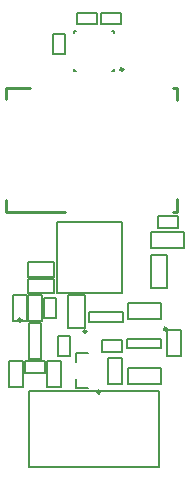
<source format=gto>
G04*
G04 #@! TF.GenerationSoftware,Altium Limited,Altium Designer,18.1.7 (191)*
G04*
G04 Layer_Color=65535*
%FSLAX24Y24*%
%MOIN*%
G70*
G01*
G75*
%ADD10C,0.0098*%
%ADD11C,0.0079*%
%ADD12C,0.0080*%
%ADD13C,0.0100*%
D10*
X-2421Y4911D02*
G03*
X-2421Y4911I-49J0D01*
G01*
X974Y13268D02*
G03*
X974Y13268I-49J0D01*
G01*
X207Y2520D02*
G03*
X207Y2520I-49J0D01*
G01*
X2421Y4616D02*
G03*
X2421Y4616I-49J0D01*
G01*
X-256Y4537D02*
G03*
X-256Y4537I-49J0D01*
G01*
D11*
X-803Y3720D02*
Y4390D01*
X-1197Y3720D02*
X-803D01*
X-1197D02*
Y4390D01*
X-803D01*
X-2165Y4803D02*
X-1772D01*
X-2165Y3622D02*
X-1772D01*
X-2165D02*
Y4803D01*
X-1772Y3622D02*
Y4803D01*
X-2835Y3543D02*
X-2362D01*
X-2835Y2677D02*
Y3543D01*
Y2677D02*
X-2362D01*
Y3543D01*
X-2205Y5748D02*
X-1732D01*
X-2205Y4882D02*
Y5748D01*
Y4882D02*
X-1732D01*
Y5748D01*
X-2303Y3150D02*
X-1634D01*
X-2303D02*
Y3543D01*
X-1634D01*
Y3150D02*
Y3543D01*
X-1575Y2677D02*
X-1102D01*
Y3543D01*
X-1575D02*
X-1102D01*
X-1575Y2677D02*
Y3543D01*
X-2209Y5807D02*
Y6280D01*
Y5807D02*
X-1343D01*
Y6280D01*
X-2209D02*
X-1343D01*
X-2209Y6358D02*
Y6831D01*
Y6358D02*
X-1343D01*
Y6831D01*
X-2209D02*
X-1343D01*
X1890Y7087D02*
X2441D01*
Y5984D02*
Y7087D01*
X1890Y5984D02*
X2441D01*
X1890D02*
Y7087D01*
X669Y13209D02*
Y13287D01*
X591Y13209D02*
X669D01*
X-669D02*
X-591D01*
X-669D02*
Y13287D01*
Y14468D02*
Y14547D01*
X-591D01*
X669Y14468D02*
Y14547D01*
X591D02*
X669D01*
X-1378Y13780D02*
Y14449D01*
X-984D01*
Y13780D02*
Y14449D01*
X-1378Y13780D02*
X-984D01*
X217Y14764D02*
X886D01*
X217D02*
Y15157D01*
X886D01*
Y14764D02*
Y15157D01*
X-571D02*
X98D01*
Y14764D02*
Y15157D01*
X-571Y14764D02*
X98D01*
X-571D02*
Y15157D01*
X2126Y8366D02*
X2795D01*
Y7972D02*
Y8366D01*
X2126Y7972D02*
X2795D01*
X2126D02*
Y8366D01*
X1909Y7303D02*
Y7854D01*
X3012D01*
Y7303D02*
Y7854D01*
X1909Y7303D02*
X3012D01*
X-591Y2638D02*
X-197D01*
X-591D02*
Y2953D01*
Y3819D02*
X-197D01*
X-591Y3504D02*
Y3819D01*
X453Y2795D02*
X925D01*
Y3661D01*
X453D02*
X925D01*
X453Y2795D02*
Y3661D01*
X-2707Y4882D02*
X-2234D01*
Y5748D01*
X-2707D02*
X-2234D01*
X-2707Y4882D02*
Y5748D01*
X-1270Y4980D02*
Y5650D01*
X-1663Y4980D02*
X-1270D01*
X-1663D02*
Y5650D01*
X-1270D01*
X1102Y3976D02*
X2244D01*
X1102Y4291D02*
X2244D01*
X1102Y3976D02*
Y4291D01*
X2244Y3976D02*
Y4291D01*
X2421Y3701D02*
X2894D01*
Y4567D01*
X2421D02*
X2894D01*
X2421Y3701D02*
Y4567D01*
X1122Y4941D02*
Y5492D01*
X2224D01*
Y4941D02*
Y5492D01*
X1122Y4941D02*
X2224D01*
X1122Y2776D02*
Y3327D01*
X2224D01*
Y2776D02*
Y3327D01*
X1122Y2776D02*
X2224D01*
X-177Y5177D02*
X965D01*
X-177Y4862D02*
X965D01*
Y5177D01*
X-177Y4862D02*
Y5177D01*
X-866Y5758D02*
X-315D01*
Y4656D02*
Y5758D01*
X-866Y4656D02*
X-315D01*
X-866D02*
Y5758D01*
X256Y4232D02*
X925D01*
Y3839D02*
Y4232D01*
X256Y3839D02*
X925D01*
X256D02*
Y4232D01*
D12*
X-1240Y5906D02*
Y8169D01*
X925D01*
Y5807D02*
Y8169D01*
X-1240Y5807D02*
X925D01*
X-1240D02*
Y5906D01*
X2165Y0D02*
Y2559D01*
X-2165D02*
X2165D01*
X-2165Y0D02*
Y2559D01*
Y0D02*
X2165D01*
D13*
X2776Y12244D02*
Y12657D01*
X-2933Y12264D02*
Y12657D01*
X-2146D01*
X2638D02*
X2776D01*
X2638Y8524D02*
X2776D01*
Y8937D01*
X-2933Y8524D02*
X-965D01*
X-2933D02*
Y8917D01*
M02*

</source>
